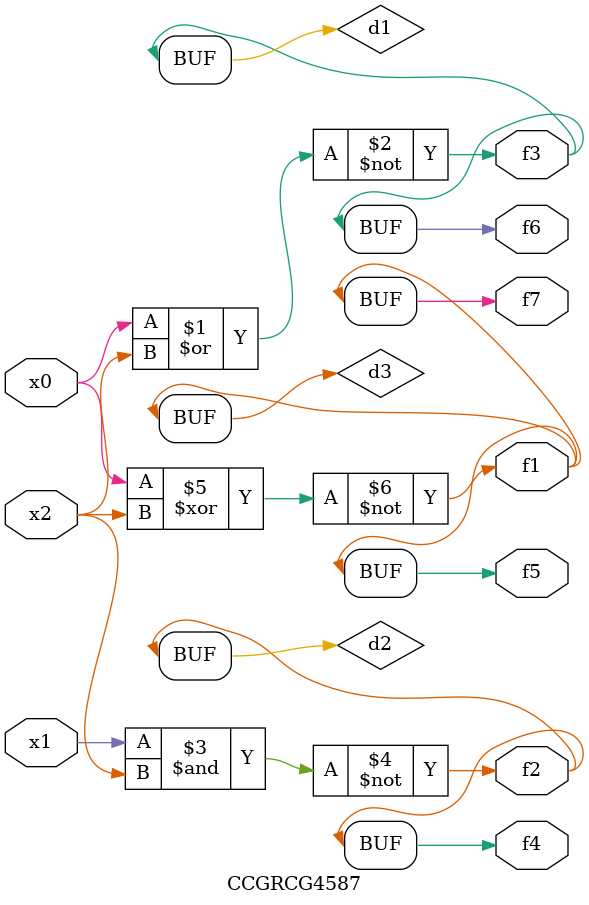
<source format=v>
module CCGRCG4587(
	input x0, x1, x2,
	output f1, f2, f3, f4, f5, f6, f7
);

	wire d1, d2, d3;

	nor (d1, x0, x2);
	nand (d2, x1, x2);
	xnor (d3, x0, x2);
	assign f1 = d3;
	assign f2 = d2;
	assign f3 = d1;
	assign f4 = d2;
	assign f5 = d3;
	assign f6 = d1;
	assign f7 = d3;
endmodule

</source>
